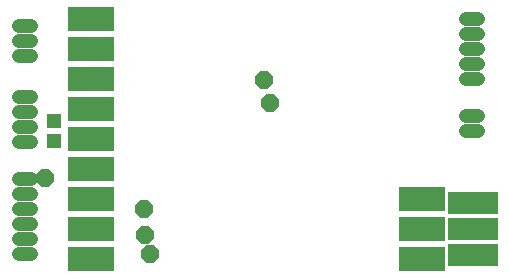
<source format=gbs>
G75*
%MOIN*%
%OFA0B0*%
%FSLAX25Y25*%
%IPPOS*%
%LPD*%
%AMOC8*
5,1,8,0,0,1.08239X$1,22.5*
%
%ADD10R,0.04737X0.05131*%
%ADD11R,0.15800X0.08400*%
%ADD12R,0.16548X0.07493*%
%ADD13C,0.04800*%
%ADD14OC8,0.05800*%
D10*
X0024283Y0050654D03*
X0024283Y0057346D03*
D11*
X0036783Y0061500D03*
X0036783Y0051500D03*
X0036783Y0041500D03*
X0036783Y0031500D03*
X0036783Y0021500D03*
X0036783Y0011500D03*
X0036783Y0071500D03*
X0036783Y0081500D03*
X0036783Y0091500D03*
X0147019Y0031500D03*
X0147019Y0021500D03*
X0147019Y0011500D03*
D12*
X0163909Y0012750D03*
X0163909Y0021500D03*
X0163909Y0030250D03*
D13*
X0016783Y0013000D02*
X0012783Y0013000D01*
X0012783Y0018000D02*
X0016783Y0018000D01*
X0016783Y0023000D02*
X0012783Y0023000D01*
X0012783Y0028000D02*
X0016783Y0028000D01*
X0016783Y0033000D02*
X0012783Y0033000D01*
X0012783Y0038000D02*
X0016783Y0038000D01*
X0016783Y0050500D02*
X0012783Y0050500D01*
X0012783Y0055500D02*
X0016783Y0055500D01*
X0016783Y0060500D02*
X0012783Y0060500D01*
X0012783Y0065500D02*
X0016783Y0065500D01*
X0016783Y0079000D02*
X0012783Y0079000D01*
X0012783Y0084000D02*
X0016783Y0084000D01*
X0016783Y0089000D02*
X0012783Y0089000D01*
X0161783Y0086500D02*
X0165783Y0086500D01*
X0165783Y0081500D02*
X0161783Y0081500D01*
X0161783Y0076500D02*
X0165783Y0076500D01*
X0165783Y0071500D02*
X0161783Y0071500D01*
X0161783Y0059000D02*
X0165783Y0059000D01*
X0165783Y0054000D02*
X0161783Y0054000D01*
X0161783Y0091500D02*
X0165783Y0091500D01*
D14*
X0096283Y0063500D03*
X0094283Y0071000D03*
X0054283Y0028000D03*
X0054783Y0019500D03*
X0056283Y0013000D03*
X0021283Y0038500D03*
M02*

</source>
